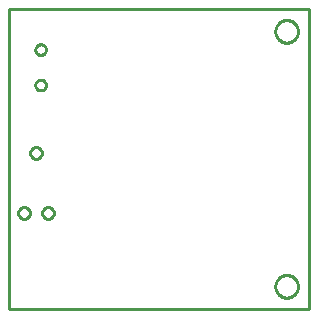
<source format=gbr>
G04 EAGLE Gerber RS-274X export*
G75*
%MOMM*%
%FSLAX34Y34*%
%LPD*%
%IN*%
%IPPOS*%
%AMOC8*
5,1,8,0,0,1.08239X$1,22.5*%
G01*
%ADD10C,0.254000*%


D10*
X0Y0D02*
X254000Y0D01*
X254000Y254000D01*
X0Y254000D01*
X0Y0D01*
X244475Y234534D02*
X244403Y233706D01*
X244258Y232886D01*
X244043Y232083D01*
X243758Y231301D01*
X243407Y230548D01*
X242991Y229827D01*
X242514Y229146D01*
X241979Y228509D01*
X241391Y227921D01*
X240754Y227386D01*
X240073Y226909D01*
X239352Y226493D01*
X238599Y226142D01*
X237817Y225857D01*
X237014Y225642D01*
X236194Y225498D01*
X235366Y225425D01*
X234534Y225425D01*
X233706Y225498D01*
X232886Y225642D01*
X232083Y225857D01*
X231301Y226142D01*
X230548Y226493D01*
X229827Y226909D01*
X229146Y227386D01*
X228509Y227921D01*
X227921Y228509D01*
X227386Y229146D01*
X226909Y229827D01*
X226493Y230548D01*
X226142Y231301D01*
X225857Y232083D01*
X225642Y232886D01*
X225498Y233706D01*
X225425Y234534D01*
X225425Y235366D01*
X225498Y236194D01*
X225642Y237014D01*
X225857Y237817D01*
X226142Y238599D01*
X226493Y239352D01*
X226909Y240073D01*
X227386Y240754D01*
X227921Y241391D01*
X228509Y241979D01*
X229146Y242514D01*
X229827Y242991D01*
X230548Y243407D01*
X231301Y243758D01*
X232083Y244043D01*
X232886Y244258D01*
X233706Y244403D01*
X234534Y244475D01*
X235366Y244475D01*
X236194Y244403D01*
X237014Y244258D01*
X237817Y244043D01*
X238599Y243758D01*
X239352Y243407D01*
X240073Y242991D01*
X240754Y242514D01*
X241391Y241979D01*
X241979Y241391D01*
X242514Y240754D01*
X242991Y240073D01*
X243407Y239352D01*
X243758Y238599D01*
X244043Y237817D01*
X244258Y237014D01*
X244403Y236194D01*
X244475Y235366D01*
X244475Y234534D01*
X244475Y18634D02*
X244403Y17806D01*
X244258Y16986D01*
X244043Y16183D01*
X243758Y15401D01*
X243407Y14648D01*
X242991Y13927D01*
X242514Y13246D01*
X241979Y12609D01*
X241391Y12021D01*
X240754Y11486D01*
X240073Y11009D01*
X239352Y10593D01*
X238599Y10242D01*
X237817Y9957D01*
X237014Y9742D01*
X236194Y9598D01*
X235366Y9525D01*
X234534Y9525D01*
X233706Y9598D01*
X232886Y9742D01*
X232083Y9957D01*
X231301Y10242D01*
X230548Y10593D01*
X229827Y11009D01*
X229146Y11486D01*
X228509Y12021D01*
X227921Y12609D01*
X227386Y13246D01*
X226909Y13927D01*
X226493Y14648D01*
X226142Y15401D01*
X225857Y16183D01*
X225642Y16986D01*
X225498Y17806D01*
X225425Y18634D01*
X225425Y19466D01*
X225498Y20294D01*
X225642Y21114D01*
X225857Y21917D01*
X226142Y22699D01*
X226493Y23452D01*
X226909Y24173D01*
X227386Y24854D01*
X227921Y25491D01*
X228509Y26079D01*
X229146Y26614D01*
X229827Y27091D01*
X230548Y27507D01*
X231301Y27858D01*
X232083Y28143D01*
X232886Y28358D01*
X233706Y28503D01*
X234534Y28575D01*
X235366Y28575D01*
X236194Y28503D01*
X237014Y28358D01*
X237817Y28143D01*
X238599Y27858D01*
X239352Y27507D01*
X240073Y27091D01*
X240754Y26614D01*
X241391Y26079D01*
X241979Y25491D01*
X242514Y24854D01*
X242991Y24173D01*
X243407Y23452D01*
X243758Y22699D01*
X244043Y21917D01*
X244258Y21114D01*
X244403Y20294D01*
X244475Y19466D01*
X244475Y18634D01*
X22582Y127127D02*
X22029Y127189D01*
X21487Y127313D01*
X20962Y127497D01*
X20460Y127738D01*
X19989Y128034D01*
X19554Y128381D01*
X19161Y128774D01*
X18814Y129209D01*
X18518Y129680D01*
X18277Y130182D01*
X18093Y130707D01*
X17969Y131249D01*
X17907Y131802D01*
X17907Y132358D01*
X17969Y132911D01*
X18093Y133453D01*
X18277Y133978D01*
X18518Y134480D01*
X18814Y134951D01*
X19161Y135386D01*
X19554Y135779D01*
X19989Y136126D01*
X20460Y136422D01*
X20962Y136663D01*
X21487Y136847D01*
X22029Y136971D01*
X22582Y137033D01*
X23138Y137033D01*
X23691Y136971D01*
X24233Y136847D01*
X24758Y136663D01*
X25260Y136422D01*
X25731Y136126D01*
X26166Y135779D01*
X26559Y135386D01*
X26906Y134951D01*
X27202Y134480D01*
X27443Y133978D01*
X27627Y133453D01*
X27751Y132911D01*
X27813Y132358D01*
X27813Y131802D01*
X27751Y131249D01*
X27627Y130707D01*
X27443Y130182D01*
X27202Y129680D01*
X26906Y129209D01*
X26559Y128774D01*
X26166Y128381D01*
X25731Y128034D01*
X25260Y127738D01*
X24758Y127497D01*
X24233Y127313D01*
X23691Y127189D01*
X23138Y127127D01*
X22582Y127127D01*
X32732Y76327D02*
X32179Y76389D01*
X31637Y76513D01*
X31112Y76697D01*
X30610Y76938D01*
X30139Y77234D01*
X29704Y77581D01*
X29311Y77974D01*
X28964Y78409D01*
X28668Y78880D01*
X28427Y79382D01*
X28243Y79907D01*
X28119Y80449D01*
X28057Y81002D01*
X28057Y81558D01*
X28119Y82111D01*
X28243Y82653D01*
X28427Y83178D01*
X28668Y83680D01*
X28964Y84151D01*
X29311Y84586D01*
X29704Y84979D01*
X30139Y85326D01*
X30610Y85622D01*
X31112Y85863D01*
X31637Y86047D01*
X32179Y86171D01*
X32732Y86233D01*
X33288Y86233D01*
X33841Y86171D01*
X34383Y86047D01*
X34908Y85863D01*
X35410Y85622D01*
X35881Y85326D01*
X36316Y84979D01*
X36709Y84586D01*
X37056Y84151D01*
X37352Y83680D01*
X37593Y83178D01*
X37777Y82653D01*
X37901Y82111D01*
X37963Y81558D01*
X37963Y81002D01*
X37901Y80449D01*
X37777Y79907D01*
X37593Y79382D01*
X37352Y78880D01*
X37056Y78409D01*
X36709Y77974D01*
X36316Y77581D01*
X35881Y77234D01*
X35410Y76938D01*
X34908Y76697D01*
X34383Y76513D01*
X33841Y76389D01*
X33288Y76327D01*
X32732Y76327D01*
X12432Y76327D02*
X11879Y76389D01*
X11337Y76513D01*
X10812Y76697D01*
X10310Y76938D01*
X9839Y77234D01*
X9404Y77581D01*
X9011Y77974D01*
X8664Y78409D01*
X8368Y78880D01*
X8127Y79382D01*
X7943Y79907D01*
X7819Y80449D01*
X7757Y81002D01*
X7757Y81558D01*
X7819Y82111D01*
X7943Y82653D01*
X8127Y83178D01*
X8368Y83680D01*
X8664Y84151D01*
X9011Y84586D01*
X9404Y84979D01*
X9839Y85326D01*
X10310Y85622D01*
X10812Y85863D01*
X11337Y86047D01*
X11879Y86171D01*
X12432Y86233D01*
X12988Y86233D01*
X13541Y86171D01*
X14083Y86047D01*
X14608Y85863D01*
X15110Y85622D01*
X15581Y85326D01*
X16016Y84979D01*
X16409Y84586D01*
X16756Y84151D01*
X17052Y83680D01*
X17293Y83178D01*
X17477Y82653D01*
X17601Y82111D01*
X17663Y81558D01*
X17663Y81002D01*
X17601Y80449D01*
X17477Y79907D01*
X17293Y79382D01*
X17052Y78880D01*
X16756Y78409D01*
X16409Y77974D01*
X16016Y77581D01*
X15581Y77234D01*
X15110Y76938D01*
X14608Y76697D01*
X14083Y76513D01*
X13541Y76389D01*
X12988Y76327D01*
X12432Y76327D01*
X26965Y214970D02*
X27550Y215047D01*
X28120Y215200D01*
X28665Y215425D01*
X29175Y215720D01*
X29643Y216079D01*
X30061Y216497D01*
X30420Y216965D01*
X30715Y217475D01*
X30940Y218020D01*
X31093Y218590D01*
X31170Y219175D01*
X31170Y219765D01*
X31093Y220350D01*
X30940Y220920D01*
X30715Y221465D01*
X30420Y221975D01*
X30061Y222443D01*
X29643Y222861D01*
X29175Y223220D01*
X28665Y223515D01*
X28120Y223740D01*
X27550Y223893D01*
X26965Y223970D01*
X26375Y223970D01*
X25790Y223893D01*
X25220Y223740D01*
X24675Y223515D01*
X24165Y223220D01*
X23697Y222861D01*
X23279Y222443D01*
X22920Y221975D01*
X22625Y221465D01*
X22400Y220920D01*
X22247Y220350D01*
X22170Y219765D01*
X22170Y219175D01*
X22247Y218590D01*
X22400Y218020D01*
X22625Y217475D01*
X22920Y216965D01*
X23279Y216497D01*
X23697Y216079D01*
X24165Y215720D01*
X24675Y215425D01*
X25220Y215200D01*
X25790Y215047D01*
X26375Y214970D01*
X26965Y214970D01*
X26965Y184970D02*
X27550Y185047D01*
X28120Y185200D01*
X28665Y185425D01*
X29175Y185720D01*
X29643Y186079D01*
X30061Y186497D01*
X30420Y186965D01*
X30715Y187475D01*
X30940Y188020D01*
X31093Y188590D01*
X31170Y189175D01*
X31170Y189765D01*
X31093Y190350D01*
X30940Y190920D01*
X30715Y191465D01*
X30420Y191975D01*
X30061Y192443D01*
X29643Y192861D01*
X29175Y193220D01*
X28665Y193515D01*
X28120Y193740D01*
X27550Y193893D01*
X26965Y193970D01*
X26375Y193970D01*
X25790Y193893D01*
X25220Y193740D01*
X24675Y193515D01*
X24165Y193220D01*
X23697Y192861D01*
X23279Y192443D01*
X22920Y191975D01*
X22625Y191465D01*
X22400Y190920D01*
X22247Y190350D01*
X22170Y189765D01*
X22170Y189175D01*
X22247Y188590D01*
X22400Y188020D01*
X22625Y187475D01*
X22920Y186965D01*
X23279Y186497D01*
X23697Y186079D01*
X24165Y185720D01*
X24675Y185425D01*
X25220Y185200D01*
X25790Y185047D01*
X26375Y184970D01*
X26965Y184970D01*
M02*

</source>
